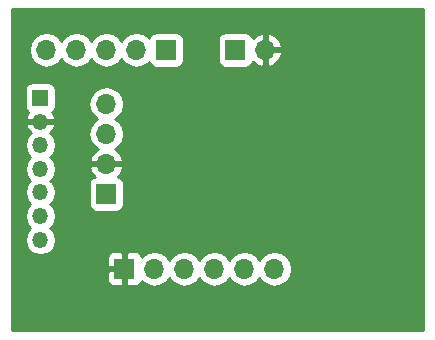
<source format=gbl>
%TF.GenerationSoftware,KiCad,Pcbnew,4.0.7-e2-6376~60~ubuntu17.10.1*%
%TF.CreationDate,2017-11-23T13:20:15+11:00*%
%TF.ProjectId,biot-node,62696F742D6E6F64652E6B696361645F,rev?*%
%TF.FileFunction,Copper,L2,Bot,Signal*%
%FSLAX46Y46*%
G04 Gerber Fmt 4.6, Leading zero omitted, Abs format (unit mm)*
G04 Created by KiCad (PCBNEW 4.0.7-e2-6376~60~ubuntu17.10.1) date Thu Nov 23 13:20:15 2017*
%MOMM*%
%LPD*%
G01*
G04 APERTURE LIST*
%ADD10C,0.100000*%
%ADD11R,1.700000X1.700000*%
%ADD12O,1.700000X1.700000*%
%ADD13R,1.350000X1.350000*%
%ADD14O,1.350000X1.350000*%
%ADD15C,0.600000*%
%ADD16C,0.500000*%
%ADD17C,0.254000*%
G04 APERTURE END LIST*
D10*
D11*
X172720000Y-107696000D03*
D12*
X172720000Y-105156000D03*
X172720000Y-102616000D03*
X172720000Y-100076000D03*
D11*
X183642000Y-95504000D03*
D12*
X186182000Y-95504000D03*
D13*
X167132000Y-99568000D03*
D14*
X167132000Y-101568000D03*
X167132000Y-103568000D03*
X167132000Y-105568000D03*
X167132000Y-107568000D03*
X167132000Y-109568000D03*
X167132000Y-111568000D03*
D11*
X177800000Y-95504000D03*
D12*
X175260000Y-95504000D03*
X172720000Y-95504000D03*
X170180000Y-95504000D03*
X167640000Y-95504000D03*
D11*
X174244000Y-114046000D03*
D12*
X176784000Y-114046000D03*
X179324000Y-114046000D03*
X181864000Y-114046000D03*
X184404000Y-114046000D03*
X186944000Y-114046000D03*
D15*
X196214000Y-108838000D03*
D16*
X196214000Y-108838000D02*
X196342000Y-108966000D01*
D17*
G36*
X199517000Y-119253000D02*
X164719000Y-119253000D01*
X164719000Y-114331750D01*
X172759000Y-114331750D01*
X172759000Y-115022309D01*
X172855673Y-115255698D01*
X173034301Y-115434327D01*
X173267690Y-115531000D01*
X173958250Y-115531000D01*
X174117000Y-115372250D01*
X174117000Y-114173000D01*
X172917750Y-114173000D01*
X172759000Y-114331750D01*
X164719000Y-114331750D01*
X164719000Y-113069691D01*
X172759000Y-113069691D01*
X172759000Y-113760250D01*
X172917750Y-113919000D01*
X174117000Y-113919000D01*
X174117000Y-112719750D01*
X174371000Y-112719750D01*
X174371000Y-113919000D01*
X174391000Y-113919000D01*
X174391000Y-114173000D01*
X174371000Y-114173000D01*
X174371000Y-115372250D01*
X174529750Y-115531000D01*
X175220310Y-115531000D01*
X175453699Y-115434327D01*
X175632327Y-115255698D01*
X175704597Y-115081223D01*
X175733946Y-115125147D01*
X176215715Y-115447054D01*
X176784000Y-115560093D01*
X177352285Y-115447054D01*
X177834054Y-115125147D01*
X178054000Y-114795974D01*
X178273946Y-115125147D01*
X178755715Y-115447054D01*
X179324000Y-115560093D01*
X179892285Y-115447054D01*
X180374054Y-115125147D01*
X180594000Y-114795974D01*
X180813946Y-115125147D01*
X181295715Y-115447054D01*
X181864000Y-115560093D01*
X182432285Y-115447054D01*
X182914054Y-115125147D01*
X183134000Y-114795974D01*
X183353946Y-115125147D01*
X183835715Y-115447054D01*
X184404000Y-115560093D01*
X184972285Y-115447054D01*
X185454054Y-115125147D01*
X185674000Y-114795974D01*
X185893946Y-115125147D01*
X186375715Y-115447054D01*
X186944000Y-115560093D01*
X187512285Y-115447054D01*
X187994054Y-115125147D01*
X188315961Y-114643378D01*
X188429000Y-114075093D01*
X188429000Y-114016907D01*
X188315961Y-113448622D01*
X187994054Y-112966853D01*
X187512285Y-112644946D01*
X186944000Y-112531907D01*
X186375715Y-112644946D01*
X185893946Y-112966853D01*
X185674000Y-113296026D01*
X185454054Y-112966853D01*
X184972285Y-112644946D01*
X184404000Y-112531907D01*
X183835715Y-112644946D01*
X183353946Y-112966853D01*
X183134000Y-113296026D01*
X182914054Y-112966853D01*
X182432285Y-112644946D01*
X181864000Y-112531907D01*
X181295715Y-112644946D01*
X180813946Y-112966853D01*
X180594000Y-113296026D01*
X180374054Y-112966853D01*
X179892285Y-112644946D01*
X179324000Y-112531907D01*
X178755715Y-112644946D01*
X178273946Y-112966853D01*
X178054000Y-113296026D01*
X177834054Y-112966853D01*
X177352285Y-112644946D01*
X176784000Y-112531907D01*
X176215715Y-112644946D01*
X175733946Y-112966853D01*
X175704597Y-113010777D01*
X175632327Y-112836302D01*
X175453699Y-112657673D01*
X175220310Y-112561000D01*
X174529750Y-112561000D01*
X174371000Y-112719750D01*
X174117000Y-112719750D01*
X173958250Y-112561000D01*
X173267690Y-112561000D01*
X173034301Y-112657673D01*
X172855673Y-112836302D01*
X172759000Y-113069691D01*
X164719000Y-113069691D01*
X164719000Y-103568000D01*
X165796336Y-103568000D01*
X165896054Y-104069315D01*
X166180026Y-104494310D01*
X166290311Y-104568000D01*
X166180026Y-104641690D01*
X165896054Y-105066685D01*
X165796336Y-105568000D01*
X165896054Y-106069315D01*
X166180026Y-106494310D01*
X166290311Y-106568000D01*
X166180026Y-106641690D01*
X165896054Y-107066685D01*
X165796336Y-107568000D01*
X165896054Y-108069315D01*
X166180026Y-108494310D01*
X166290311Y-108568000D01*
X166180026Y-108641690D01*
X165896054Y-109066685D01*
X165796336Y-109568000D01*
X165896054Y-110069315D01*
X166180026Y-110494310D01*
X166290311Y-110568000D01*
X166180026Y-110641690D01*
X165896054Y-111066685D01*
X165796336Y-111568000D01*
X165896054Y-112069315D01*
X166180026Y-112494310D01*
X166605021Y-112778282D01*
X167106336Y-112878000D01*
X167157664Y-112878000D01*
X167658979Y-112778282D01*
X168083974Y-112494310D01*
X168367946Y-112069315D01*
X168467664Y-111568000D01*
X168367946Y-111066685D01*
X168083974Y-110641690D01*
X167973689Y-110568000D01*
X168083974Y-110494310D01*
X168367946Y-110069315D01*
X168467664Y-109568000D01*
X168367946Y-109066685D01*
X168083974Y-108641690D01*
X167973689Y-108568000D01*
X168083974Y-108494310D01*
X168367946Y-108069315D01*
X168467664Y-107568000D01*
X168367946Y-107066685D01*
X168220490Y-106846000D01*
X171222560Y-106846000D01*
X171222560Y-108546000D01*
X171266838Y-108781317D01*
X171405910Y-108997441D01*
X171618110Y-109142431D01*
X171870000Y-109193440D01*
X173570000Y-109193440D01*
X173805317Y-109149162D01*
X174021441Y-109010090D01*
X174166431Y-108797890D01*
X174217440Y-108546000D01*
X174217440Y-106846000D01*
X174173162Y-106610683D01*
X174034090Y-106394559D01*
X173821890Y-106249569D01*
X173713893Y-106227699D01*
X173991645Y-105922924D01*
X174161476Y-105512890D01*
X174040155Y-105283000D01*
X172847000Y-105283000D01*
X172847000Y-105303000D01*
X172593000Y-105303000D01*
X172593000Y-105283000D01*
X171399845Y-105283000D01*
X171278524Y-105512890D01*
X171448355Y-105922924D01*
X171724501Y-106225937D01*
X171634683Y-106242838D01*
X171418559Y-106381910D01*
X171273569Y-106594110D01*
X171222560Y-106846000D01*
X168220490Y-106846000D01*
X168083974Y-106641690D01*
X167973689Y-106568000D01*
X168083974Y-106494310D01*
X168367946Y-106069315D01*
X168467664Y-105568000D01*
X168367946Y-105066685D01*
X168083974Y-104641690D01*
X167973689Y-104568000D01*
X168083974Y-104494310D01*
X168367946Y-104069315D01*
X168467664Y-103568000D01*
X168367946Y-103066685D01*
X168083974Y-102641690D01*
X167966314Y-102563072D01*
X168261478Y-102231633D01*
X168399910Y-101897400D01*
X168276224Y-101695000D01*
X167259000Y-101695000D01*
X167259000Y-101715000D01*
X167005000Y-101715000D01*
X167005000Y-101695000D01*
X165987776Y-101695000D01*
X165864090Y-101897400D01*
X166002522Y-102231633D01*
X166297686Y-102563072D01*
X166180026Y-102641690D01*
X165896054Y-103066685D01*
X165796336Y-103568000D01*
X164719000Y-103568000D01*
X164719000Y-98893000D01*
X165809560Y-98893000D01*
X165809560Y-100243000D01*
X165853838Y-100478317D01*
X165992910Y-100694441D01*
X166115113Y-100777939D01*
X166002522Y-100904367D01*
X165864090Y-101238600D01*
X165987776Y-101441000D01*
X167005000Y-101441000D01*
X167005000Y-101421000D01*
X167259000Y-101421000D01*
X167259000Y-101441000D01*
X168276224Y-101441000D01*
X168399910Y-101238600D01*
X168261478Y-100904367D01*
X168148687Y-100777715D01*
X168258441Y-100707090D01*
X168403431Y-100494890D01*
X168454440Y-100243000D01*
X168454440Y-100076000D01*
X171205907Y-100076000D01*
X171318946Y-100644285D01*
X171640853Y-101126054D01*
X171970026Y-101346000D01*
X171640853Y-101565946D01*
X171318946Y-102047715D01*
X171205907Y-102616000D01*
X171318946Y-103184285D01*
X171640853Y-103666054D01*
X171981553Y-103893702D01*
X171838642Y-103960817D01*
X171448355Y-104389076D01*
X171278524Y-104799110D01*
X171399845Y-105029000D01*
X172593000Y-105029000D01*
X172593000Y-105009000D01*
X172847000Y-105009000D01*
X172847000Y-105029000D01*
X174040155Y-105029000D01*
X174161476Y-104799110D01*
X173991645Y-104389076D01*
X173601358Y-103960817D01*
X173458447Y-103893702D01*
X173799147Y-103666054D01*
X174121054Y-103184285D01*
X174234093Y-102616000D01*
X174121054Y-102047715D01*
X173799147Y-101565946D01*
X173469974Y-101346000D01*
X173799147Y-101126054D01*
X174121054Y-100644285D01*
X174234093Y-100076000D01*
X174121054Y-99507715D01*
X173799147Y-99025946D01*
X173317378Y-98704039D01*
X172749093Y-98591000D01*
X172690907Y-98591000D01*
X172122622Y-98704039D01*
X171640853Y-99025946D01*
X171318946Y-99507715D01*
X171205907Y-100076000D01*
X168454440Y-100076000D01*
X168454440Y-98893000D01*
X168410162Y-98657683D01*
X168271090Y-98441559D01*
X168058890Y-98296569D01*
X167807000Y-98245560D01*
X166457000Y-98245560D01*
X166221683Y-98289838D01*
X166005559Y-98428910D01*
X165860569Y-98641110D01*
X165809560Y-98893000D01*
X164719000Y-98893000D01*
X164719000Y-95474907D01*
X166155000Y-95474907D01*
X166155000Y-95533093D01*
X166268039Y-96101378D01*
X166589946Y-96583147D01*
X167071715Y-96905054D01*
X167640000Y-97018093D01*
X168208285Y-96905054D01*
X168690054Y-96583147D01*
X168910000Y-96253974D01*
X169129946Y-96583147D01*
X169611715Y-96905054D01*
X170180000Y-97018093D01*
X170748285Y-96905054D01*
X171230054Y-96583147D01*
X171450000Y-96253974D01*
X171669946Y-96583147D01*
X172151715Y-96905054D01*
X172720000Y-97018093D01*
X173288285Y-96905054D01*
X173770054Y-96583147D01*
X173990000Y-96253974D01*
X174209946Y-96583147D01*
X174691715Y-96905054D01*
X175260000Y-97018093D01*
X175828285Y-96905054D01*
X176310054Y-96583147D01*
X176337850Y-96541548D01*
X176346838Y-96589317D01*
X176485910Y-96805441D01*
X176698110Y-96950431D01*
X176950000Y-97001440D01*
X178650000Y-97001440D01*
X178885317Y-96957162D01*
X179101441Y-96818090D01*
X179246431Y-96605890D01*
X179297440Y-96354000D01*
X179297440Y-94654000D01*
X182144560Y-94654000D01*
X182144560Y-96354000D01*
X182188838Y-96589317D01*
X182327910Y-96805441D01*
X182540110Y-96950431D01*
X182792000Y-97001440D01*
X184492000Y-97001440D01*
X184727317Y-96957162D01*
X184943441Y-96818090D01*
X185088431Y-96605890D01*
X185110301Y-96497893D01*
X185415076Y-96775645D01*
X185825110Y-96945476D01*
X186055000Y-96824155D01*
X186055000Y-95631000D01*
X186309000Y-95631000D01*
X186309000Y-96824155D01*
X186538890Y-96945476D01*
X186948924Y-96775645D01*
X187377183Y-96385358D01*
X187623486Y-95860892D01*
X187502819Y-95631000D01*
X186309000Y-95631000D01*
X186055000Y-95631000D01*
X186035000Y-95631000D01*
X186035000Y-95377000D01*
X186055000Y-95377000D01*
X186055000Y-94183845D01*
X186309000Y-94183845D01*
X186309000Y-95377000D01*
X187502819Y-95377000D01*
X187623486Y-95147108D01*
X187377183Y-94622642D01*
X186948924Y-94232355D01*
X186538890Y-94062524D01*
X186309000Y-94183845D01*
X186055000Y-94183845D01*
X185825110Y-94062524D01*
X185415076Y-94232355D01*
X185112063Y-94508501D01*
X185095162Y-94418683D01*
X184956090Y-94202559D01*
X184743890Y-94057569D01*
X184492000Y-94006560D01*
X182792000Y-94006560D01*
X182556683Y-94050838D01*
X182340559Y-94189910D01*
X182195569Y-94402110D01*
X182144560Y-94654000D01*
X179297440Y-94654000D01*
X179253162Y-94418683D01*
X179114090Y-94202559D01*
X178901890Y-94057569D01*
X178650000Y-94006560D01*
X176950000Y-94006560D01*
X176714683Y-94050838D01*
X176498559Y-94189910D01*
X176353569Y-94402110D01*
X176339914Y-94469541D01*
X176310054Y-94424853D01*
X175828285Y-94102946D01*
X175260000Y-93989907D01*
X174691715Y-94102946D01*
X174209946Y-94424853D01*
X173990000Y-94754026D01*
X173770054Y-94424853D01*
X173288285Y-94102946D01*
X172720000Y-93989907D01*
X172151715Y-94102946D01*
X171669946Y-94424853D01*
X171450000Y-94754026D01*
X171230054Y-94424853D01*
X170748285Y-94102946D01*
X170180000Y-93989907D01*
X169611715Y-94102946D01*
X169129946Y-94424853D01*
X168910000Y-94754026D01*
X168690054Y-94424853D01*
X168208285Y-94102946D01*
X167640000Y-93989907D01*
X167071715Y-94102946D01*
X166589946Y-94424853D01*
X166268039Y-94906622D01*
X166155000Y-95474907D01*
X164719000Y-95474907D01*
X164719000Y-92075000D01*
X199517000Y-92075000D01*
X199517000Y-119253000D01*
X199517000Y-119253000D01*
G37*
X199517000Y-119253000D02*
X164719000Y-119253000D01*
X164719000Y-114331750D01*
X172759000Y-114331750D01*
X172759000Y-115022309D01*
X172855673Y-115255698D01*
X173034301Y-115434327D01*
X173267690Y-115531000D01*
X173958250Y-115531000D01*
X174117000Y-115372250D01*
X174117000Y-114173000D01*
X172917750Y-114173000D01*
X172759000Y-114331750D01*
X164719000Y-114331750D01*
X164719000Y-113069691D01*
X172759000Y-113069691D01*
X172759000Y-113760250D01*
X172917750Y-113919000D01*
X174117000Y-113919000D01*
X174117000Y-112719750D01*
X174371000Y-112719750D01*
X174371000Y-113919000D01*
X174391000Y-113919000D01*
X174391000Y-114173000D01*
X174371000Y-114173000D01*
X174371000Y-115372250D01*
X174529750Y-115531000D01*
X175220310Y-115531000D01*
X175453699Y-115434327D01*
X175632327Y-115255698D01*
X175704597Y-115081223D01*
X175733946Y-115125147D01*
X176215715Y-115447054D01*
X176784000Y-115560093D01*
X177352285Y-115447054D01*
X177834054Y-115125147D01*
X178054000Y-114795974D01*
X178273946Y-115125147D01*
X178755715Y-115447054D01*
X179324000Y-115560093D01*
X179892285Y-115447054D01*
X180374054Y-115125147D01*
X180594000Y-114795974D01*
X180813946Y-115125147D01*
X181295715Y-115447054D01*
X181864000Y-115560093D01*
X182432285Y-115447054D01*
X182914054Y-115125147D01*
X183134000Y-114795974D01*
X183353946Y-115125147D01*
X183835715Y-115447054D01*
X184404000Y-115560093D01*
X184972285Y-115447054D01*
X185454054Y-115125147D01*
X185674000Y-114795974D01*
X185893946Y-115125147D01*
X186375715Y-115447054D01*
X186944000Y-115560093D01*
X187512285Y-115447054D01*
X187994054Y-115125147D01*
X188315961Y-114643378D01*
X188429000Y-114075093D01*
X188429000Y-114016907D01*
X188315961Y-113448622D01*
X187994054Y-112966853D01*
X187512285Y-112644946D01*
X186944000Y-112531907D01*
X186375715Y-112644946D01*
X185893946Y-112966853D01*
X185674000Y-113296026D01*
X185454054Y-112966853D01*
X184972285Y-112644946D01*
X184404000Y-112531907D01*
X183835715Y-112644946D01*
X183353946Y-112966853D01*
X183134000Y-113296026D01*
X182914054Y-112966853D01*
X182432285Y-112644946D01*
X181864000Y-112531907D01*
X181295715Y-112644946D01*
X180813946Y-112966853D01*
X180594000Y-113296026D01*
X180374054Y-112966853D01*
X179892285Y-112644946D01*
X179324000Y-112531907D01*
X178755715Y-112644946D01*
X178273946Y-112966853D01*
X178054000Y-113296026D01*
X177834054Y-112966853D01*
X177352285Y-112644946D01*
X176784000Y-112531907D01*
X176215715Y-112644946D01*
X175733946Y-112966853D01*
X175704597Y-113010777D01*
X175632327Y-112836302D01*
X175453699Y-112657673D01*
X175220310Y-112561000D01*
X174529750Y-112561000D01*
X174371000Y-112719750D01*
X174117000Y-112719750D01*
X173958250Y-112561000D01*
X173267690Y-112561000D01*
X173034301Y-112657673D01*
X172855673Y-112836302D01*
X172759000Y-113069691D01*
X164719000Y-113069691D01*
X164719000Y-103568000D01*
X165796336Y-103568000D01*
X165896054Y-104069315D01*
X166180026Y-104494310D01*
X166290311Y-104568000D01*
X166180026Y-104641690D01*
X165896054Y-105066685D01*
X165796336Y-105568000D01*
X165896054Y-106069315D01*
X166180026Y-106494310D01*
X166290311Y-106568000D01*
X166180026Y-106641690D01*
X165896054Y-107066685D01*
X165796336Y-107568000D01*
X165896054Y-108069315D01*
X166180026Y-108494310D01*
X166290311Y-108568000D01*
X166180026Y-108641690D01*
X165896054Y-109066685D01*
X165796336Y-109568000D01*
X165896054Y-110069315D01*
X166180026Y-110494310D01*
X166290311Y-110568000D01*
X166180026Y-110641690D01*
X165896054Y-111066685D01*
X165796336Y-111568000D01*
X165896054Y-112069315D01*
X166180026Y-112494310D01*
X166605021Y-112778282D01*
X167106336Y-112878000D01*
X167157664Y-112878000D01*
X167658979Y-112778282D01*
X168083974Y-112494310D01*
X168367946Y-112069315D01*
X168467664Y-111568000D01*
X168367946Y-111066685D01*
X168083974Y-110641690D01*
X167973689Y-110568000D01*
X168083974Y-110494310D01*
X168367946Y-110069315D01*
X168467664Y-109568000D01*
X168367946Y-109066685D01*
X168083974Y-108641690D01*
X167973689Y-108568000D01*
X168083974Y-108494310D01*
X168367946Y-108069315D01*
X168467664Y-107568000D01*
X168367946Y-107066685D01*
X168220490Y-106846000D01*
X171222560Y-106846000D01*
X171222560Y-108546000D01*
X171266838Y-108781317D01*
X171405910Y-108997441D01*
X171618110Y-109142431D01*
X171870000Y-109193440D01*
X173570000Y-109193440D01*
X173805317Y-109149162D01*
X174021441Y-109010090D01*
X174166431Y-108797890D01*
X174217440Y-108546000D01*
X174217440Y-106846000D01*
X174173162Y-106610683D01*
X174034090Y-106394559D01*
X173821890Y-106249569D01*
X173713893Y-106227699D01*
X173991645Y-105922924D01*
X174161476Y-105512890D01*
X174040155Y-105283000D01*
X172847000Y-105283000D01*
X172847000Y-105303000D01*
X172593000Y-105303000D01*
X172593000Y-105283000D01*
X171399845Y-105283000D01*
X171278524Y-105512890D01*
X171448355Y-105922924D01*
X171724501Y-106225937D01*
X171634683Y-106242838D01*
X171418559Y-106381910D01*
X171273569Y-106594110D01*
X171222560Y-106846000D01*
X168220490Y-106846000D01*
X168083974Y-106641690D01*
X167973689Y-106568000D01*
X168083974Y-106494310D01*
X168367946Y-106069315D01*
X168467664Y-105568000D01*
X168367946Y-105066685D01*
X168083974Y-104641690D01*
X167973689Y-104568000D01*
X168083974Y-104494310D01*
X168367946Y-104069315D01*
X168467664Y-103568000D01*
X168367946Y-103066685D01*
X168083974Y-102641690D01*
X167966314Y-102563072D01*
X168261478Y-102231633D01*
X168399910Y-101897400D01*
X168276224Y-101695000D01*
X167259000Y-101695000D01*
X167259000Y-101715000D01*
X167005000Y-101715000D01*
X167005000Y-101695000D01*
X165987776Y-101695000D01*
X165864090Y-101897400D01*
X166002522Y-102231633D01*
X166297686Y-102563072D01*
X166180026Y-102641690D01*
X165896054Y-103066685D01*
X165796336Y-103568000D01*
X164719000Y-103568000D01*
X164719000Y-98893000D01*
X165809560Y-98893000D01*
X165809560Y-100243000D01*
X165853838Y-100478317D01*
X165992910Y-100694441D01*
X166115113Y-100777939D01*
X166002522Y-100904367D01*
X165864090Y-101238600D01*
X165987776Y-101441000D01*
X167005000Y-101441000D01*
X167005000Y-101421000D01*
X167259000Y-101421000D01*
X167259000Y-101441000D01*
X168276224Y-101441000D01*
X168399910Y-101238600D01*
X168261478Y-100904367D01*
X168148687Y-100777715D01*
X168258441Y-100707090D01*
X168403431Y-100494890D01*
X168454440Y-100243000D01*
X168454440Y-100076000D01*
X171205907Y-100076000D01*
X171318946Y-100644285D01*
X171640853Y-101126054D01*
X171970026Y-101346000D01*
X171640853Y-101565946D01*
X171318946Y-102047715D01*
X171205907Y-102616000D01*
X171318946Y-103184285D01*
X171640853Y-103666054D01*
X171981553Y-103893702D01*
X171838642Y-103960817D01*
X171448355Y-104389076D01*
X171278524Y-104799110D01*
X171399845Y-105029000D01*
X172593000Y-105029000D01*
X172593000Y-105009000D01*
X172847000Y-105009000D01*
X172847000Y-105029000D01*
X174040155Y-105029000D01*
X174161476Y-104799110D01*
X173991645Y-104389076D01*
X173601358Y-103960817D01*
X173458447Y-103893702D01*
X173799147Y-103666054D01*
X174121054Y-103184285D01*
X174234093Y-102616000D01*
X174121054Y-102047715D01*
X173799147Y-101565946D01*
X173469974Y-101346000D01*
X173799147Y-101126054D01*
X174121054Y-100644285D01*
X174234093Y-100076000D01*
X174121054Y-99507715D01*
X173799147Y-99025946D01*
X173317378Y-98704039D01*
X172749093Y-98591000D01*
X172690907Y-98591000D01*
X172122622Y-98704039D01*
X171640853Y-99025946D01*
X171318946Y-99507715D01*
X171205907Y-100076000D01*
X168454440Y-100076000D01*
X168454440Y-98893000D01*
X168410162Y-98657683D01*
X168271090Y-98441559D01*
X168058890Y-98296569D01*
X167807000Y-98245560D01*
X166457000Y-98245560D01*
X166221683Y-98289838D01*
X166005559Y-98428910D01*
X165860569Y-98641110D01*
X165809560Y-98893000D01*
X164719000Y-98893000D01*
X164719000Y-95474907D01*
X166155000Y-95474907D01*
X166155000Y-95533093D01*
X166268039Y-96101378D01*
X166589946Y-96583147D01*
X167071715Y-96905054D01*
X167640000Y-97018093D01*
X168208285Y-96905054D01*
X168690054Y-96583147D01*
X168910000Y-96253974D01*
X169129946Y-96583147D01*
X169611715Y-96905054D01*
X170180000Y-97018093D01*
X170748285Y-96905054D01*
X171230054Y-96583147D01*
X171450000Y-96253974D01*
X171669946Y-96583147D01*
X172151715Y-96905054D01*
X172720000Y-97018093D01*
X173288285Y-96905054D01*
X173770054Y-96583147D01*
X173990000Y-96253974D01*
X174209946Y-96583147D01*
X174691715Y-96905054D01*
X175260000Y-97018093D01*
X175828285Y-96905054D01*
X176310054Y-96583147D01*
X176337850Y-96541548D01*
X176346838Y-96589317D01*
X176485910Y-96805441D01*
X176698110Y-96950431D01*
X176950000Y-97001440D01*
X178650000Y-97001440D01*
X178885317Y-96957162D01*
X179101441Y-96818090D01*
X179246431Y-96605890D01*
X179297440Y-96354000D01*
X179297440Y-94654000D01*
X182144560Y-94654000D01*
X182144560Y-96354000D01*
X182188838Y-96589317D01*
X182327910Y-96805441D01*
X182540110Y-96950431D01*
X182792000Y-97001440D01*
X184492000Y-97001440D01*
X184727317Y-96957162D01*
X184943441Y-96818090D01*
X185088431Y-96605890D01*
X185110301Y-96497893D01*
X185415076Y-96775645D01*
X185825110Y-96945476D01*
X186055000Y-96824155D01*
X186055000Y-95631000D01*
X186309000Y-95631000D01*
X186309000Y-96824155D01*
X186538890Y-96945476D01*
X186948924Y-96775645D01*
X187377183Y-96385358D01*
X187623486Y-95860892D01*
X187502819Y-95631000D01*
X186309000Y-95631000D01*
X186055000Y-95631000D01*
X186035000Y-95631000D01*
X186035000Y-95377000D01*
X186055000Y-95377000D01*
X186055000Y-94183845D01*
X186309000Y-94183845D01*
X186309000Y-95377000D01*
X187502819Y-95377000D01*
X187623486Y-95147108D01*
X187377183Y-94622642D01*
X186948924Y-94232355D01*
X186538890Y-94062524D01*
X186309000Y-94183845D01*
X186055000Y-94183845D01*
X185825110Y-94062524D01*
X185415076Y-94232355D01*
X185112063Y-94508501D01*
X185095162Y-94418683D01*
X184956090Y-94202559D01*
X184743890Y-94057569D01*
X184492000Y-94006560D01*
X182792000Y-94006560D01*
X182556683Y-94050838D01*
X182340559Y-94189910D01*
X182195569Y-94402110D01*
X182144560Y-94654000D01*
X179297440Y-94654000D01*
X179253162Y-94418683D01*
X179114090Y-94202559D01*
X178901890Y-94057569D01*
X178650000Y-94006560D01*
X176950000Y-94006560D01*
X176714683Y-94050838D01*
X176498559Y-94189910D01*
X176353569Y-94402110D01*
X176339914Y-94469541D01*
X176310054Y-94424853D01*
X175828285Y-94102946D01*
X175260000Y-93989907D01*
X174691715Y-94102946D01*
X174209946Y-94424853D01*
X173990000Y-94754026D01*
X173770054Y-94424853D01*
X173288285Y-94102946D01*
X172720000Y-93989907D01*
X172151715Y-94102946D01*
X171669946Y-94424853D01*
X171450000Y-94754026D01*
X171230054Y-94424853D01*
X170748285Y-94102946D01*
X170180000Y-93989907D01*
X169611715Y-94102946D01*
X169129946Y-94424853D01*
X168910000Y-94754026D01*
X168690054Y-94424853D01*
X168208285Y-94102946D01*
X167640000Y-93989907D01*
X167071715Y-94102946D01*
X166589946Y-94424853D01*
X166268039Y-94906622D01*
X166155000Y-95474907D01*
X164719000Y-95474907D01*
X164719000Y-92075000D01*
X199517000Y-92075000D01*
X199517000Y-119253000D01*
M02*

</source>
